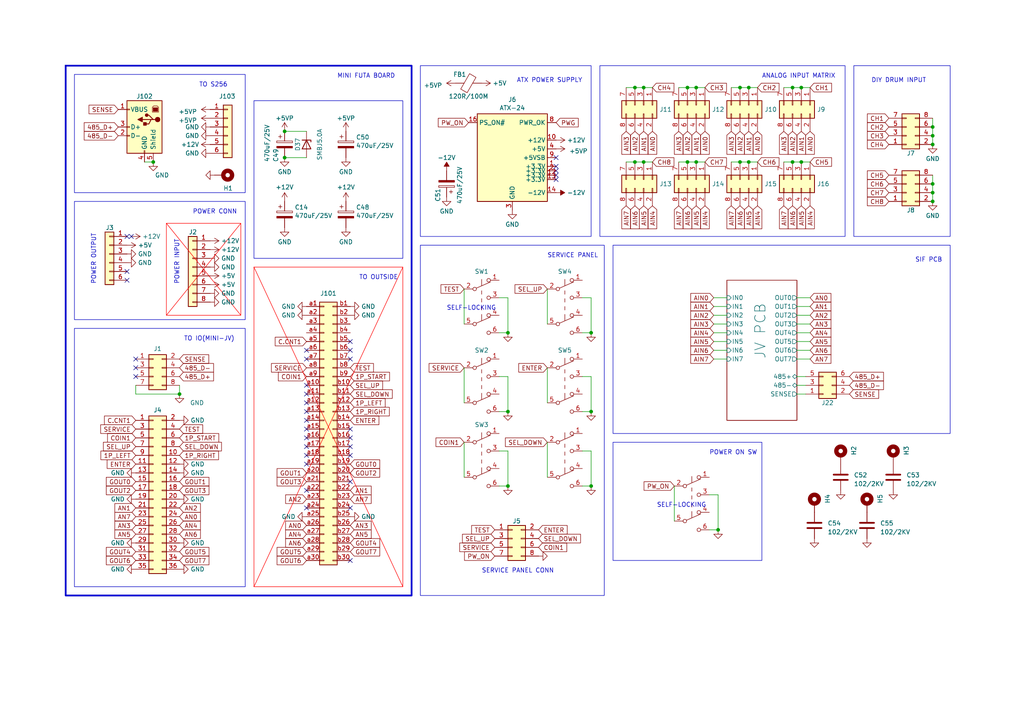
<source format=kicad_sch>
(kicad_sch (version 20230121) (generator eeschema)
  (paper "A4")
  (title_block (title "System 256 REFUTA") (date "2023-10-27") (rev "V10b") (company "Analog Dragon"))
  (junction (at 229.87 46.99))
  (junction (at 201.93 46.99))
  (junction (at 171.45 140.97))
  (junction (at 199.39 25.4))
  (junction (at 171.45 119.38))
  (junction (at 52.07 114.3))
  (junction (at 82.55 38.1))
  (junction (at 82.55 45.72))
  (junction (at 147.32 119.38))
  (junction (at 270.51 53.34))
  (junction (at 184.15 25.4))
  (junction (at 270.51 58.42))
  (junction (at 229.87 25.4))
  (junction (at 199.39 46.99))
  (junction (at 214.63 46.99))
  (junction (at 270.51 36.83))
  (junction (at 217.17 46.99))
  (junction (at 232.41 46.99))
  (junction (at 201.93 25.4))
  (junction (at 270.51 41.91))
  (junction (at 44.45 46.99))
  (junction (at 270.51 55.88))
  (junction (at 147.32 96.52))
  (junction (at 171.45 96.52))
  (junction (at 184.15 46.99))
  (junction (at 186.69 25.4))
  (junction (at 270.51 39.37))
  (junction (at 208.28 153.67))
  (junction (at 186.69 46.99))
  (junction (at 214.63 25.4))
  (junction (at 217.17 25.4))
  (junction (at 147.32 140.97))
  (junction (at 232.41 25.4))
  (no_connect (at 161.29 48.26))
  (no_connect (at 88.9 132.08))
  (no_connect (at 88.9 114.3))
  (no_connect (at 36.83 81.28))
  (no_connect (at 101.6 147.32))
  (no_connect (at 101.6 139.7))
  (no_connect (at 161.29 50.8))
  (no_connect (at 161.29 45.72))
  (no_connect (at 88.9 104.14))
  (no_connect (at 88.9 127))
  (no_connect (at 101.6 127))
  (no_connect (at 101.6 162.56))
  (no_connect (at 39.37 106.68))
  (no_connect (at 39.37 104.14))
  (no_connect (at 88.9 119.38))
  (no_connect (at 88.9 121.92))
  (no_connect (at 101.6 101.6))
  (no_connect (at 88.9 134.62))
  (no_connect (at 88.9 111.76))
  (no_connect (at 101.6 99.06))
  (no_connect (at 38.1 68.58))
  (no_connect (at 39.37 109.22))
  (no_connect (at 101.6 104.14))
  (no_connect (at 161.29 52.07))
  (no_connect (at 88.9 142.24))
  (no_connect (at 101.6 124.46))
  (no_connect (at 88.9 129.54))
  (no_connect (at 88.9 124.46))
  (no_connect (at 101.6 132.08))
  (no_connect (at 101.6 129.54))
  (no_connect (at 88.9 147.32))
  (no_connect (at 88.9 101.6))
  (no_connect (at 88.9 116.84))
  (no_connect (at 161.29 49.53))
  (no_connect (at 36.83 68.58))
  (no_connect (at 36.83 78.74))
  (wire (pts (xy 168.91 130.81) (xy 171.45 130.81)))
  (wire (pts (xy 231.14 86.36) (xy 234.95 86.36)))
  (wire (pts (xy 270.51 34.29) (xy 270.51 36.83)))
  (wire (pts (xy 270.51 55.88) (xy 270.51 58.42)))
  (wire (pts (xy 134.62 106.68) (xy 134.62 116.84)))
  (wire (pts (xy 201.93 46.99) (xy 204.47 46.99)))
  (wire (pts (xy 227.33 46.99) (xy 229.87 46.99)))
  (wire (pts (xy 181.61 46.99) (xy 184.15 46.99)))
  (wire (pts (xy 147.32 96.52) (xy 144.78 96.52)))
  (wire (pts (xy 207.01 86.36) (xy 210.82 86.36)))
  (wire (pts (xy 214.63 25.4) (xy 217.17 25.4)))
  (wire (pts (xy 231.14 114.3) (xy 233.68 114.3)))
  (wire (pts (xy 147.32 109.22) (xy 147.32 119.38)))
  (wire (pts (xy 231.14 91.44) (xy 234.95 91.44)))
  (wire (pts (xy 207.01 101.6) (xy 210.82 101.6)))
  (wire (pts (xy 270.51 36.83) (xy 270.51 39.37)))
  (wire (pts (xy 199.39 46.99) (xy 201.93 46.99)))
  (wire (pts (xy 147.32 140.97) (xy 144.78 140.97)))
  (wire (pts (xy 144.78 86.36) (xy 147.32 86.36)))
  (wire (pts (xy 270.51 53.34) (xy 270.51 55.88)))
  (wire (pts (xy 186.69 25.4) (xy 189.23 25.4)))
  (wire (pts (xy 270.51 39.37) (xy 270.51 41.91)))
  (wire (pts (xy 171.45 96.52) (xy 168.91 96.52)))
  (polyline (pts (xy 116.84 170.18) (xy 73.66 77.47)) (stroke (width 0) (color 255 0 0 1)))
  (wire (pts (xy 205.74 143.51) (xy 208.28 143.51)))
  (wire (pts (xy 171.45 140.97) (xy 168.91 140.97)))
  (wire (pts (xy 208.28 153.67) (xy 205.74 153.67)))
  (wire (pts (xy 52.07 111.76) (xy 52.07 114.3)))
  (wire (pts (xy 134.62 128.27) (xy 134.62 138.43)))
  (wire (pts (xy 207.01 104.14) (xy 210.82 104.14)))
  (wire (pts (xy 207.01 96.52) (xy 210.82 96.52)))
  (wire (pts (xy 144.78 130.81) (xy 147.32 130.81)))
  (wire (pts (xy 229.87 46.99) (xy 232.41 46.99)))
  (wire (pts (xy 207.01 99.06) (xy 210.82 99.06)))
  (wire (pts (xy 147.32 119.38) (xy 144.78 119.38)))
  (wire (pts (xy 207.01 93.98) (xy 210.82 93.98)))
  (wire (pts (xy 231.14 96.52) (xy 234.95 96.52)))
  (wire (pts (xy 201.93 25.4) (xy 204.47 25.4)))
  (polyline (pts (xy 48.26 91.44) (xy 69.85 64.77)) (stroke (width 0) (color 255 0 0 1)))
  (wire (pts (xy 231.14 88.9) (xy 234.95 88.9)))
  (wire (pts (xy 231.14 101.6) (xy 234.95 101.6)))
  (wire (pts (xy 144.78 109.22) (xy 147.32 109.22)))
  (wire (pts (xy 186.69 46.99) (xy 189.23 46.99)))
  (wire (pts (xy 82.55 45.72) (xy 88.9 45.72)))
  (wire (pts (xy 207.01 91.44) (xy 210.82 91.44)))
  (wire (pts (xy 217.17 25.4) (xy 219.71 25.4)))
  (wire (pts (xy 232.41 25.4) (xy 234.95 25.4)))
  (wire (pts (xy 134.62 83.82) (xy 134.62 93.98)))
  (wire (pts (xy 217.17 46.99) (xy 219.71 46.99)))
  (wire (pts (xy 199.39 25.4) (xy 201.93 25.4)))
  (wire (pts (xy 171.45 86.36) (xy 171.45 96.52)))
  (wire (pts (xy 229.87 25.4) (xy 232.41 25.4)))
  (wire (pts (xy 147.32 130.81) (xy 147.32 140.97)))
  (wire (pts (xy 41.91 46.99) (xy 44.45 46.99)))
  (wire (pts (xy 270.51 50.8) (xy 270.51 53.34)))
  (wire (pts (xy 52.07 114.3) (xy 39.37 114.3)))
  (wire (pts (xy 168.91 109.22) (xy 171.45 109.22)))
  (wire (pts (xy 196.85 46.99) (xy 199.39 46.99)))
  (wire (pts (xy 212.09 25.4) (xy 214.63 25.4)))
  (wire (pts (xy 231.14 99.06) (xy 234.95 99.06)))
  (wire (pts (xy 212.09 46.99) (xy 214.63 46.99)))
  (wire (pts (xy 232.41 46.99) (xy 234.95 46.99)))
  (wire (pts (xy 227.33 25.4) (xy 229.87 25.4)))
  (wire (pts (xy 171.45 109.22) (xy 171.45 119.38)))
  (wire (pts (xy 181.61 25.4) (xy 184.15 25.4)))
  (wire (pts (xy 195.58 140.97) (xy 195.58 151.13)))
  (wire (pts (xy 184.15 46.99) (xy 186.69 46.99)))
  (wire (pts (xy 147.32 86.36) (xy 147.32 96.52)))
  (wire (pts (xy 207.01 88.9) (xy 210.82 88.9)))
  (wire (pts (xy 184.15 25.4) (xy 186.69 25.4)))
  (wire (pts (xy 171.45 130.81) (xy 171.45 140.97)))
  (wire (pts (xy 171.45 119.38) (xy 168.91 119.38)))
  (wire (pts (xy 88.9 38.1) (xy 82.55 38.1)))
  (wire (pts (xy 158.75 128.27) (xy 158.75 138.43)))
  (wire (pts (xy 39.37 114.3) (xy 39.37 111.76)))
  (polyline (pts (xy 69.85 91.44) (xy 48.26 64.77)) (stroke (width 0) (color 255 0 0 1)))
  (wire (pts (xy 208.28 143.51) (xy 208.28 153.67)))
  (wire (pts (xy 214.63 46.99) (xy 217.17 46.99)))
  (polyline (pts (xy 73.66 170.18) (xy 116.84 77.47)) (stroke (width 0) (color 255 0 0 1)))
  (wire (pts (xy 231.14 111.76) (xy 233.68 111.76)))
  (wire (pts (xy 168.91 86.36) (xy 171.45 86.36)))
  (wire (pts (xy 196.85 25.4) (xy 199.39 25.4)))
  (wire (pts (xy 231.14 109.22) (xy 233.68 109.22)))
  (wire (pts (xy 231.14 104.14) (xy 234.95 104.14)))
  (wire (pts (xy 158.75 83.82) (xy 158.75 93.98)))
  (wire (pts (xy 158.75 106.68) (xy 158.75 116.84)))
  (wire (pts (xy 231.14 93.98) (xy 234.95 93.98)))
  (rectangle (start 173.99 19.05) (end 245.11 68.58))
  (rectangle (start 21.59 58.42) (end 71.12 92.71))
  (rectangle (start 73.66 29.21) (end 116.84 74.93))
  (rectangle (start 48.26 64.77) (end 69.85 91.44) (stroke (width 0) (color 255 0 0 1)))
  (rectangle (start 121.92 71.12) (end 175.26 172.72))
  (rectangle (start 247.65 19.05) (end 275.59 68.58))
  (rectangle (start 177.8 128.27) (end 220.98 162.56))
  (rectangle (start 19.05 19.05) (end 119.38 172.72) (stroke (width 0.5)))
  (rectangle (start 121.92 19.05) (end 171.45 68.58))
  (rectangle (start 21.59 21.59) (end 71.12 55.88))
  (rectangle (start 21.59 95.25) (end 71.12 170.18))
  (rectangle (start 73.66 77.47) (end 116.84 170.18) (stroke (width 0) (color 255 0 0 1)))
  (rectangle (start 177.8 71.12) (end 275.59 125.73))
  (text "SERVICE PANEL CONN" (at 139.7 166.37 0) (effects (font (size 1.27 1.27)) (justify left bottom)))
  (text "DIY DRUM INPUT" (at 252.73 24.13 0) (effects (font (size 1.27 1.27)) (justify left bottom)))
  (text "SERVICE PANEL" (at 158.75 74.93 0) (effects (font (size 1.27 1.27)) (justify left bottom)))
  (text "ANALOG INPUT MATRIX" (at 220.98 22.86 0) (effects (font (size 1.27 1.27)) (justify left bottom)))
  (text "SELF-LOCKING" (at 129.54 90.17 0) (effects (font (size 1.27 1.27)) (justify left bottom)))
  (text "TO S256" (at 66.04 25.4 0) (effects (font (size 1.27 1.27)) (justify right bottom)))
  (text "SIF PCB" (at 265.43 76.2 0) (effects (font (size 1.27 1.27)) (justify left bottom)))
  (text "MINI FUTA BOARD" (at 97.79 22.86 0) (effects (font (size 1.27 1.27)) (justify left bottom)))
  (text "POWER OUTPUT" (at 27.94 82.55 90) (effects (font (size 1.27 1.27)) (justify left bottom)))
  (text "SELF-LOCKING" (at 190.5 147.32 0) (effects (font (size 1.27 1.27)) (justify left bottom)))
  (text "TO OUTSIDE" (at 104.14 81.28 0) (effects (font (size 1.27 1.27)) (justify left bottom)))
  (text "TO IO(MINI-JV)" (at 53.34 99.06 0) (effects (font (size 1.27 1.27)) (justify left bottom)))
  (text "POWER CONN" (at 55.88 62.23 0) (effects (font (size 1.27 1.27)) (justify left bottom)))
  (text "ATX POWER SUPPLY" (at 149.86 24.13 0) (effects (font (size 1.27 1.27)) (justify left bottom)))
  (text "POWER INPUT" (at 52.07 82.55 90) (effects (font (size 1.27 1.27)) (justify left bottom)))
  (text "POWER ON SW" (at 205.74 132.08 0) (effects (font (size 1.27 1.27)) (justify left bottom)))
  (global_label "AIN5" (shape input) (at 207.01 99.06 180) (property "Intersheetrefs" "${INTERSHEET_REFS}" (effects hide)))
  (global_label "TEST" (shape input) (at 143.51 153.67 180) (property "Intersheetrefs" "${INTERSHEET_REFS}" (effects hide)))
  (global_label "GOUT7" (shape input) (at 52.07 162.56 0) (property "Intersheetrefs" "${INTERSHEET_REFS}" (effects hide)))
  (global_label "AIN6" (shape input) (at 229.87 59.69 270) (property "Intersheetrefs" "${INTERSHEET_REFS}" (effects hide)))
  (global_label "SEL_UP" (shape input) (at 101.6 111.76 0) (property "Intersheetrefs" "${INTERSHEET_REFS}" (effects hide)))
  (global_label "AN6" (shape input) (at 234.95 101.6 0) (property "Intersheetrefs" "${INTERSHEET_REFS}" (effects hide)))
  (global_label "AIN1" (shape input) (at 207.01 88.9 180) (property "Intersheetrefs" "${INTERSHEET_REFS}" (effects hide)))
  (global_label "CH3" (shape input) (at 204.47 25.4 0) (property "Intersheetrefs" "${INTERSHEET_REFS}" (effects hide)))
  (global_label "AN3" (shape input) (at 101.6 152.4 0) (property "Intersheetrefs" "${INTERSHEET_REFS}" (effects hide)))
  (global_label "SERVICE" (shape input) (at 134.62 106.68 180) (property "Intersheetrefs" "${INTERSHEET_REFS}" (effects hide)))
  (global_label "AN5" (shape input) (at 101.6 154.94 0) (property "Intersheetrefs" "${INTERSHEET_REFS}" (effects hide)))
  (global_label "AIN0" (shape input) (at 234.95 38.1 270) (property "Intersheetrefs" "${INTERSHEET_REFS}" (effects hide)))
  (global_label "GOUT1" (shape input) (at 88.9 137.16 180) (property "Intersheetrefs" "${INTERSHEET_REFS}" (effects hide)))
  (global_label "AIN0" (shape input) (at 204.47 38.1 270) (property "Intersheetrefs" "${INTERSHEET_REFS}" (effects hide)))
  (global_label "AIN6" (shape input) (at 184.15 59.69 270) (property "Intersheetrefs" "${INTERSHEET_REFS}" (effects hide)))
  (global_label "COIN1" (shape input) (at 134.62 128.27 180) (property "Intersheetrefs" "${INTERSHEET_REFS}" (effects hide)))
  (global_label "COIN1" (shape input) (at 156.21 158.75 0) (property "Intersheetrefs" "${INTERSHEET_REFS}" (effects hide)))
  (global_label "SENSE" (shape input) (at 34.29 31.75 180) (property "Intersheetrefs" "${INTERSHEET_REFS}" (effects hide)))
  (global_label "SERVICE" (shape input) (at 88.9 106.68 180) (property "Intersheetrefs" "${INTERSHEET_REFS}" (effects hide)))
  (global_label "1P_START" (shape input) (at 101.6 109.22 0) (property "Intersheetrefs" "${INTERSHEET_REFS}" (effects hide)))
  (global_label "AIN2" (shape input) (at 207.01 91.44 180) (property "Intersheetrefs" "${INTERSHEET_REFS}" (effects hide)))
  (global_label "ENTER" (shape input) (at 156.21 153.67 0) (property "Intersheetrefs" "${INTERSHEET_REFS}" (effects hide)))
  (global_label "AIN6" (shape input) (at 214.63 59.69 270) (property "Intersheetrefs" "${INTERSHEET_REFS}" (effects hide)))
  (global_label "ENTER" (shape input) (at 39.37 134.62 180) (property "Intersheetrefs" "${INTERSHEET_REFS}" (effects hide)))
  (global_label "485_D+" (shape input) (at 34.29 36.83 180) (property "Intersheetrefs" "${INTERSHEET_REFS}" (effects hide)))
  (global_label "AN7" (shape input) (at 234.95 104.14 0) (property "Intersheetrefs" "${INTERSHEET_REFS}" (effects hide)))
  (global_label "CH6" (shape input) (at 257.81 53.34 180) (property "Intersheetrefs" "${INTERSHEET_REFS}" (effects hide)))
  (global_label "GOUT2" (shape input) (at 101.6 137.16 0) (property "Intersheetrefs" "${INTERSHEET_REFS}" (effects hide)))
  (global_label "SERVICE" (shape input) (at 39.37 124.46 180) (property "Intersheetrefs" "${INTERSHEET_REFS}" (effects hide)))
  (global_label "AIN4" (shape input) (at 207.01 96.52 180) (property "Intersheetrefs" "${INTERSHEET_REFS}" (effects hide)))
  (global_label "AIN7" (shape input) (at 181.61 59.69 270) (property "Intersheetrefs" "${INTERSHEET_REFS}" (effects hide)))
  (global_label "SEL_UP" (shape input) (at 39.37 129.54 180) (property "Intersheetrefs" "${INTERSHEET_REFS}" (effects hide)))
  (global_label "CH3" (shape input) (at 257.81 39.37 180) (property "Intersheetrefs" "${INTERSHEET_REFS}" (effects hide)))
  (global_label "485_D+" (shape input) (at 52.07 109.22 0) (property "Intersheetrefs" "${INTERSHEET_REFS}" (effects hide)))
  (global_label "AIN7" (shape input) (at 207.01 104.14 180) (property "Intersheetrefs" "${INTERSHEET_REFS}" (effects hide)))
  (global_label "C.CNT1" (shape input) (at 39.37 121.92 180) (property "Intersheetrefs" "${INTERSHEET_REFS}" (effects hide)))
  (global_label "GOUT7" (shape input) (at 101.6 160.02 0) (property "Intersheetrefs" "${INTERSHEET_REFS}" (effects hide)))
  (global_label "AN6" (shape input) (at 88.9 157.48 180) (property "Intersheetrefs" "${INTERSHEET_REFS}" (effects hide)))
  (global_label "PW_ON" (shape input) (at 143.51 161.29 180) (property "Intersheetrefs" "${INTERSHEET_REFS}" (effects hide)))
  (global_label "AIN5" (shape input) (at 232.41 59.69 270) (property "Intersheetrefs" "${INTERSHEET_REFS}" (effects hide)))
  (global_label "AIN4" (shape input) (at 204.47 59.69 270) (property "Intersheetrefs" "${INTERSHEET_REFS}" (effects hide)))
  (global_label "GOUT5" (shape input) (at 52.07 160.02 0) (property "Intersheetrefs" "${INTERSHEET_REFS}" (effects hide)))
  (global_label "AIN7" (shape input) (at 196.85 59.69 270) (property "Intersheetrefs" "${INTERSHEET_REFS}" (effects hide)))
  (global_label "SEL_DOWN" (shape input) (at 156.21 156.21 0) (property "Intersheetrefs" "${INTERSHEET_REFS}" (effects hide)))
  (global_label "SEL_DOWN" (shape input) (at 101.6 114.3 0) (property "Intersheetrefs" "${INTERSHEET_REFS}" (effects hide)))
  (global_label "AIN1" (shape input) (at 201.93 38.1 270) (property "Intersheetrefs" "${INTERSHEET_REFS}" (effects hide)))
  (global_label "GOUT6" (shape input) (at 88.9 162.56 180) (property "Intersheetrefs" "${INTERSHEET_REFS}" (effects hide)))
  (global_label "CH7" (shape input) (at 257.81 55.88 180) (property "Intersheetrefs" "${INTERSHEET_REFS}" (effects hide)))
  (global_label "AIN6" (shape input) (at 199.39 59.69 270) (property "Intersheetrefs" "${INTERSHEET_REFS}" (effects hide)))
  (global_label "AIN7" (shape input) (at 212.09 59.69 270) (property "Intersheetrefs" "${INTERSHEET_REFS}" (effects hide)))
  (global_label "AN0" (shape input) (at 52.07 149.86 0) (property "Intersheetrefs" "${INTERSHEET_REFS}" (effects hide)))
  (global_label "AN1" (shape input) (at 39.37 147.32 180) (property "Intersheetrefs" "${INTERSHEET_REFS}" (effects hide)))
  (global_label "AIN2" (shape input) (at 214.63 38.1 270) (property "Intersheetrefs" "${INTERSHEET_REFS}" (effects hide)))
  (global_label "AIN3" (shape input) (at 181.61 38.1 270) (property "Intersheetrefs" "${INTERSHEET_REFS}" (effects hide)))
  (global_label "GOUT3" (shape input) (at 52.07 142.24 0) (property "Intersheetrefs" "${INTERSHEET_REFS}" (effects hide)))
  (global_label "CH6" (shape input) (at 219.71 46.99 0) (property "Intersheetrefs" "${INTERSHEET_REFS}" (effects hide)))
  (global_label "GOUT4" (shape input) (at 101.6 157.48 0) (property "Intersheetrefs" "${INTERSHEET_REFS}" (effects hide)))
  (global_label "AIN5" (shape input) (at 186.69 59.69 270) (property "Intersheetrefs" "${INTERSHEET_REFS}" (effects hide)))
  (global_label "TEST" (shape input) (at 52.07 124.46 0) (property "Intersheetrefs" "${INTERSHEET_REFS}" (effects hide)))
  (global_label "AN0" (shape input) (at 234.95 86.36 0) (property "Intersheetrefs" "${INTERSHEET_REFS}" (effects hide)))
  (global_label "CH1" (shape input) (at 257.81 34.29 180) (property "Intersheetrefs" "${INTERSHEET_REFS}" (effects hide)))
  (global_label "GOUT2" (shape input) (at 39.37 142.24 180) (property "Intersheetrefs" "${INTERSHEET_REFS}" (effects hide)))
  (global_label "GOUT5" (shape input) (at 88.9 160.02 180) (property "Intersheetrefs" "${INTERSHEET_REFS}" (effects hide)))
  (global_label "CH8" (shape input) (at 257.81 58.42 180) (property "Intersheetrefs" "${INTERSHEET_REFS}" (effects hide)))
  (global_label "485_D-" (shape input) (at 246.38 111.76 0) (property "Intersheetrefs" "${INTERSHEET_REFS}" (effects hide)))
  (global_label "C.CNT1" (shape input) (at 88.9 99.06 180) (property "Intersheetrefs" "${INTERSHEET_REFS}" (effects hide)))
  (global_label "CH7" (shape input) (at 204.47 46.99 0) (property "Intersheetrefs" "${INTERSHEET_REFS}" (effects hide)))
  (global_label "1P_LEFT" (shape input) (at 101.6 116.84 0) (property "Intersheetrefs" "${INTERSHEET_REFS}" (effects hide)))
  (global_label "AIN7" (shape input) (at 227.33 59.69 270) (property "Intersheetrefs" "${INTERSHEET_REFS}" (effects hide)))
  (global_label "AN1" (shape input) (at 101.6 142.24 0) (property "Intersheetrefs" "${INTERSHEET_REFS}" (effects hide)))
  (global_label "CH4" (shape input) (at 257.81 41.91 180) (property "Intersheetrefs" "${INTERSHEET_REFS}" (effects hide)))
  (global_label "AIN5" (shape input) (at 201.93 59.69 270) (property "Intersheetrefs" "${INTERSHEET_REFS}" (effects hide)))
  (global_label "SENSE" (shape input) (at 52.07 104.14 0) (property "Intersheetrefs" "${INTERSHEET_REFS}" (effects hide)))
  (global_label "COIN1" (shape input) (at 39.37 127 180) (property "Intersheetrefs" "${INTERSHEET_REFS}" (effects hide)))
  (global_label "AIN3" (shape input) (at 207.01 93.98 180) (property "Intersheetrefs" "${INTERSHEET_REFS}" (effects hide)))
  (global_label "ENTER" (shape input) (at 101.6 121.92 0) (property "Intersheetrefs" "${INTERSHEET_REFS}" (effects hide)))
  (global_label "AN1" (shape input) (at 234.95 88.9 0) (property "Intersheetrefs" "${INTERSHEET_REFS}" (effects hide)))
  (global_label "CH2" (shape input) (at 219.71 25.4 0) (property "Intersheetrefs" "${INTERSHEET_REFS}" (effects hide)))
  (global_label "GOUT4" (shape input) (at 39.37 160.02 180) (property "Intersheetrefs" "${INTERSHEET_REFS}" (effects hide)))
  (global_label "AIN5" (shape input) (at 217.17 59.69 270) (property "Intersheetrefs" "${INTERSHEET_REFS}" (effects hide)))
  (global_label "AN4" (shape input) (at 52.07 152.4 0) (property "Intersheetrefs" "${INTERSHEET_REFS}" (effects hide)))
  (global_label "AIN0" (shape input) (at 219.71 38.1 270) (property "Intersheetrefs" "${INTERSHEET_REFS}" (effects hide)))
  (global_label "AN2" (shape input) (at 52.07 147.32 0) (property "Intersheetrefs" "${INTERSHEET_REFS}" (effects hide)))
  (global_label "AN2" (shape input) (at 88.9 144.78 180) (property "Intersheetrefs" "${INTERSHEET_REFS}" (effects hide)))
  (global_label "485_D-" (shape input) (at 52.07 106.68 0) (property "Intersheetrefs" "${INTERSHEET_REFS}" (effects hide)))
  (global_label "AN5" (shape input) (at 39.37 154.94 180) (property "Intersheetrefs" "${INTERSHEET_REFS}" (effects hide)))
  (global_label "CH2" (shape input) (at 257.81 36.83 180) (property "Intersheetrefs" "${INTERSHEET_REFS}" (effects hide)))
  (global_label "AN3" (shape input) (at 234.95 93.98 0) (property "Intersheetrefs" "${INTERSHEET_REFS}" (effects hide)))
  (global_label "SEL_UP" (shape input) (at 158.75 83.82 180) (property "Intersheetrefs" "${INTERSHEET_REFS}" (effects hide)))
  (global_label "AIN1" (shape input) (at 186.69 38.1 270) (property "Intersheetrefs" "${INTERSHEET_REFS}" (effects hide)))
  (global_label "GOUT0" (shape input) (at 39.37 139.7 180) (property "Intersheetrefs" "${INTERSHEET_REFS}" (effects hide)))
  (global_label "AIN2" (shape input) (at 184.15 38.1 270) (property "Intersheetrefs" "${INTERSHEET_REFS}" (effects hide)))
  (global_label "GOUT3" (shape input) (at 88.9 139.7 180) (property "Intersheetrefs" "${INTERSHEET_REFS}" (effects hide)))
  (global_label "CH8" (shape input) (at 189.23 46.99 0) (property "Intersheetrefs" "${INTERSHEET_REFS}" (effects hide)))
  (global_label "485_D+" (shape input) (at 246.38 109.22 0) (property "Intersheetrefs" "${INTERSHEET_REFS}" (effects hide)))
  (global_label "SENSE" (shape input) (at 246.38 114.3 0) (property "Intersheetrefs" "${INTERSHEET_REFS}" (effects hide)))
  (global_label "AIN0" (shape input) (at 207.01 86.36 180) (property "Intersheetrefs" "${INTERSHEET_REFS}" (effects hide)))
  (global_label "AIN2" (shape input) (at 199.39 38.1 270) (property "Intersheetrefs" "${INTERSHEET_REFS}" (effects hide)))
  (global_label "AN4" (shape input) (at 88.9 154.94 180) (property "Intersheetrefs" "${INTERSHEET_REFS}" (effects hide)))
  (global_label "CH5" (shape input) (at 257.81 50.8 180) (property "Intersheetrefs" "${INTERSHEET_REFS}" (effects hide)))
  (global_label "485_D-" (shape input) (at 34.29 39.37 180) (property "Intersheetrefs" "${INTERSHEET_REFS}" (effects hide)))
  (global_label "AN7" (shape input) (at 39.37 149.86 180) (property "Intersheetrefs" "${INTERSHEET_REFS}" (effects hide)))
  (global_label "COIN1" (shape input) (at 88.9 109.22 180) (property "Intersheetrefs" "${INTERSHEET_REFS}" (effects hide)))
  (global_label "1P_RIGHT" (shape input) (at 101.6 119.38 0) (property "Intersheetrefs" "${INTERSHEET_REFS}" (effects hide)))
  (global_label "GOUT6" (shape input) (at 39.37 162.56 180) (property "Intersheetrefs" "${INTERSHEET_REFS}" (effects hide)))
  (global_label "AIN1" (shape input) (at 217.17 38.1 270) (property "Intersheetrefs" "${INTERSHEET_REFS}" (effects hide)))
  (global_label "SERVICE" (shape input) (at 143.51 158.75 180) (property "Intersheetrefs" "${INTERSHEET_REFS}" (effects hide)))
  (global_label "ENTER" (shape input) (at 158.75 106.68 180) (property "Intersheetrefs" "${INTERSHEET_REFS}" (effects hide)))
  (global_label "1P_START" (shape input) (at 52.07 127 0) (property "Intersheetrefs" "${INTERSHEET_REFS}" (effects hide)))
  (global_label "AN3" (shape input) (at 39.37 152.4 180) (property "Intersheetrefs" "${INTERSHEET_REFS}" (effects hide)))
  (global_label "AIN3" (shape input) (at 196.85 38.1 270) (property "Intersheetrefs" "${INTERSHEET_REFS}" (effects hide)))
  (global_label "PW_ON" (shape input) (at 195.58 140.97 180) (property "Intersheetrefs" "${INTERSHEET_REFS}" (effects hide)))
  (global_label "AIN2" (shape input) (at 229.87 38.1 270) (property "Intersheetrefs" "${INTERSHEET_REFS}" (effects hide)))
  (global_label "GOUT0" (shape input) (at 101.6 134.62 0) (property "Intersheetrefs" "${INTERSHEET_REFS}" (effects hide)))
  (global_label "SEL_DOWN" (shape input) (at 52.07 129.54 0) (property "Intersheetrefs" "${INTERSHEET_REFS}" (effects hide)))
  (global_label "AIN3" (shape input) (at 212.09 38.1 270) (property "Intersheetrefs" "${INTERSHEET_REFS}" (effects hide)))
  (global_label "CH5" (shape input) (at 234.95 46.99 0) (property "Intersheetrefs" "${INTERSHEET_REFS}" (effects hide)))
  (global_label "1P_RIGHT" (shape input) (at 52.07 132.08 0) (property "Intersheetrefs" "${INTERSHEET_REFS}" (effects hide)))
  (global_label "AIN0" (shape input) (at 189.23 38.1 270) (property "Intersheetrefs" "${INTERSHEET_REFS}" (effects hide)))
  (global_label "AN4" (shape input) (at 234.95 96.52 0) (property "Intersheetrefs" "${INTERSHEET_REFS}" (effects hide)))
  (global_label "1P_LEFT" (shape input) (at 39.37 132.08 180) (property "Intersheetrefs" "${INTERSHEET_REFS}" (effects hide)))
  (global_label "PW_ON" (shape input) (at 135.89 35.56 180) (property "Intersheetrefs" "${INTERSHEET_REFS}" (effects hide)))
  (global_label "SEL_DOWN" (shape input) (at 158.75 128.27 180) (property "Intersheetrefs" "${INTERSHEET_REFS}" (effects hide)))
  (global_label "AN0" (shape input) (at 88.9 152.4 180) (property "Intersheetrefs" "${INTERSHEET_REFS}" (effects hide)))
  (global_label "PWG" (shape input) (at 161.29 35.56 0) (property "Intersheetrefs" "${INTERSHEET_REFS}" (effects hide)))
  (global_label "GOUT1" (shape input) (at 52.07 139.7 0) (property "Intersheetrefs" "${INTERSHEET_REFS}" (effects hide)))
  (global_label "AIN4" (shape input) (at 219.71 59.69 270) (property "Intersheetrefs" "${INTERSHEET_REFS}" (effects hide)))
  (global_label "AN7" (shape input) (at 101.6 144.78 0) (property "Intersheetrefs" "${INTERSHEET_REFS}" (effects hide)))
  (global_label "AIN3" (shape input) (at 227.33 38.1 270) (property "Intersheetrefs" "${INTERSHEET_REFS}" (effects hide)))
  (global_label "AN5" (shape input) (at 234.95 99.06 0) (property "Intersheetrefs" "${INTERSHEET_REFS}" (effects hide)))
  (global_label "AN6" (shape input) (at 52.07 154.94 0) (property "Intersheetrefs" "${INTERSHEET_REFS}" (effects hide)))
  (global_label "AIN6" (shape input) (at 207.01 101.6 180) (property "Intersheetrefs" "${INTERSHEET_REFS}" (effects hide)))
  (global_label "TEST" (shape input) (at 134.62 83.82 180) (property "Intersheetrefs" "${INTERSHEET_REFS}" (effects hide)))
  (global_label "SEL_UP" (shape input) (at 143.51 156.21 180) (property "Intersheetrefs" "${INTERSHEET_REFS}" (effects hide)))
  (global_label "AIN4" (shape input) (at 189.23 59.69 270) (property "Intersheetrefs" "${INTERSHEET_REFS}" (effects hide)))
  (global_label "AIN1" (shape input) (at 232.41 38.1 270) (property "Intersheetrefs" "${INTERSHEET_REFS}" (effects hide)))
  (global_label "CH1" (shape input) (at 234.95 25.4 0) (property "Intersheetrefs" "${INTERSHEET_REFS}" (effects hide)))
  (global_label "AIN4" (shape input) (at 234.95 59.69 270) (property "Intersheetrefs" "${INTERSHEET_REFS}" (effects hide)))
  (global_label "AN2" (shape input) (at 234.95 91.44 0) (property "Intersheetrefs" "${INTERSHEET_REFS}" (effects hide)))
  (global_label "TEST" (shape input) (at 101.6 106.68 0) (property "Intersheetrefs" "${INTERSHEET_REFS}" (effects hide)))
  (global_label "CH4" (shape input) (at 189.23 25.4 0) (property "Intersheetrefs" "${INTERSHEET_REFS}" (effects hide)))
  (symbol (lib_id "power:GND") (at 236.22 156.21 0) (unit 1)
    (property "Reference" "#PWR0177" (effects hide))
    (property "Value" "GND" (effects hide))
  )
  (symbol (lib_id "Switch:SW_Push_DPDT") (at 163.83 133.35 0) (unit 1)
    (property "Reference" "SW6" (effects hide))
    (property "Value" "SW_Push_DPDT" (effects hide))
    (property "Footprint" "NewLib:switch_6x6" (effects hide))
  )
  (symbol (lib_id "Connector_Generic:Conn_02x18_Odd_Even") (at 44.45 142.24 0) (unit 1)
    (property "Reference" "J4" (at 45.72 118.9299 0))
    (property "Value" "Conn_02x18_Odd_Even" (effects hide))
    (property "Footprint" "NewLib:B36B-XADSS-N-A" (effects hide))
  )
  (symbol (lib_id "Device:C_Polarized") (at 129.54 53.34 180) (unit 1)
    (property "Reference" "C51" (at 127 54.61 90) (effects (justify left)))
    (property "Value" "470uF/25V" (at 133.35 48.26 90) (effects (justify left)))
    (property "Footprint" "Capacitor_THT:CP_Radial_D8.0mm_P3.50mm" (effects hide))
  )
  (symbol (lib_id "power:+5V") (at 60.96 82.55 270) (mirror x) (unit 1)
    (property "Reference" "#PWR018" (effects hide))
    (property "Value" "+5V" (at 64.1349 82.55 90) (effects (justify left)))
  )
  (symbol (lib_id "power:GND") (at 52.07 157.48 90) (mirror x) (unit 1)
    (property "Reference" "#PWR032" (effects hide))
    (property "Value" "GND" (at 55.245 157.48 90) (effects (justify right)))
  )
  (symbol (lib_id "power:+12V") (at 60.96 72.39 270) (mirror x) (unit 1)
    (property "Reference" "#PWR012" (effects hide))
    (property "Value" "+12V" (at 64.135 72.39 90) (effects (justify left)))
  )
  (symbol (lib_id "power:+12V") (at 100.33 58.42 0) (mirror y) (unit 1)
    (property "Reference" "#PWR0160" (effects hide))
    (property "Value" "+12V" (at 100.33 54.2869 0))
  )
  (symbol (lib_id "Device:C_Polarized") (at 100.33 41.91 0) (unit 1)
    (property "Reference" "C50" (at 103.251 39.8089 0) (effects (justify left)))
    (property "Value" "470uF/25V" (at 103.251 42.2331 0) (effects (justify left)))
    (property "Footprint" "Capacitor_THT:CP_Radial_D8.0mm_P3.50mm" (effects hide))
  )
  (symbol (lib_id "power:GND") (at 270.51 58.42 0) (unit 1)
    (property "Reference" "#PWR05" (effects hide))
    (property "Value" "GND" (at 270.51 62.5531 0))
  )
  (symbol (lib_id "power:+12V") (at 82.55 58.42 0) (mirror y) (unit 1)
    (property "Reference" "#PWR0153" (effects hide))
    (property "Value" "+12V" (at 82.55 54.2869 0))
  )
  (symbol (lib_id "Connector_Generic:Conn_02x04_Odd_Even") (at 262.89 39.37 0) (mirror x) (unit 1)
    (property "Reference" "J7" (at 264.16 44.45 0))
    (property "Value" "Conn_02x04_Counter_Clockwise" (effects hide))
    (property "Footprint" "Connector_IDC:IDC-Header_2x04_P2.54mm_Vertical" (effects hide))
  )
  (symbol (lib_id "power:GND") (at 171.45 96.52 0) (unit 1)
    (property "Reference" "#PWR044" (effects hide))
    (property "Value" "GND" (effects hide))
  )
  (symbol (lib_id "power:GND") (at 88.9 88.9 270) (mirror x) (unit 1)
    (property "Reference" "#PWR035" (effects hide))
    (property "Value" "GND" (at 85.7251 88.9 90) (effects (justify right)))
  )
  (symbol (lib_id "Connector_Generic:Conn_02x30_Row_Letter_First") (at 93.98 124.46 0) (unit 1) (in_bom no) (on_board no)
    (property "Reference" "J101" (at 95.25 85.09 0))
    (property "Value" "Conn_02x30_Row_Letter_First" (effects hide))
    (property "Footprint" "Connector_IDC:IDC-Header_2x30_P2.54mm_Latch6.5mm_Vertical" (effects hide))
  )
  (symbol (lib_id "Mechanical:MountingHole_Pad") (at 243.84 132.08 0) (unit 1)
    (property "Reference" "H2" (at 247.65 132.08 90) (effects (justify left)))
    (property "Value" "MINI-JV" (effects hide))
    (property "Footprint" "MountingHole:MountingHole_3.2mm_M3_DIN965_Pad" (effects hide))
  )
  (symbol (lib_id "Mechanical:MountingHole_Pad") (at 259.08 132.08 0) (unit 1)
    (property "Reference" "H3" (at 262.89 132.08 90) (effects (justify left)))
    (property "Value" "MINI-JV" (effects hide))
    (property "Footprint" "MountingHole:MountingHole_3.2mm_M3_DIN965_Pad" (effects hide))
  )
  (symbol (lib_id "Connector_Generic:Conn_02x04_Odd_Even") (at 201.93 30.48 270) (unit 1)
    (property "Reference" "J12" (at 206.502 31.75 90) (effects (justify left)))
    (property "Value" "Conn_02x04_Counter_Clockwise" (effects hide))
    (property "Footprint" "Connector_PinHeader_2.54mm:PinHeader_2x04_P2.54mm_Vertical" (effects hide))
  )
  (symbol (lib_id "power:GND") (at 156.21 161.29 90) (unit 1)
    (property "Reference" "#PWR048" (effects hide))
    (property "Value" "GND" (effects hide))
  )
  (symbol (lib_id "Switch:SW_Push_DPDT") (at 139.7 88.9 0) (unit 1)
    (property "Reference" "SW1" (at 139.7 78.74 0))
    (property "Value" "SW_Push_DPDT" (effects hide))
    (property "Footprint" "NewLib:switch_6x6" (effects hide))
  )
  (symbol (lib_id "power:-12V") (at 161.29 55.88 270) (unit 1)
    (property "Reference" "#PWR0195" (effects hide))
    (property "Value" "-12V" (at 164.465 55.88 90) (effects (justify left)))
  )
  (symbol (lib_id "power:GND") (at 100.33 45.72 0) (mirror y) (unit 1)
    (property "Reference" "#PWR0166" (effects hide))
    (property "Value" "GND" (at 100.33 49.8531 0))
  )
  (symbol (lib_id "Connector_Generic:Conn_02x04_Odd_Even") (at 44.45 106.68 0) (unit 1)
    (property "Reference" "J1" (at 45.72 101.1499 0))
    (property "Value" "Conn_02x04_Odd_Even" (effects hide))
    (property "Footprint" "NewLib:B08B-XADSS-N-A" (effects hide))
  )
  (symbol (lib_id "Connector:ATX-24") (at 148.59 45.72 0) (unit 1)
    (property "Reference" "J6" (at 148.59 28.8757 0))
    (property "Value" "ATX-24" (at 148.59 31.2999 0))
    (property "Footprint" "NewLib:5557-2x12" (effects hide))
    (property "Datasheet" "https://www.intel.com/content/dam/www/public/us/en/documents/guides/power-supply-design-guide-june.pdf#page=33" (effects hide))
  )
  (symbol (lib_id "power:GND") (at 88.9 91.44 270) (mirror x) (unit 1)
    (property "Reference" "#PWR036" (effects hide))
    (property "Value" "GND" (at 85.7251 91.44 90) (effects (justify right)))
  )
  (symbol (lib_id "power:+5VP") (at 60.96 34.29 90) (unit 1)
    (property "Reference" "#PWR0102" (effects hide))
    (property "Value" "+5VP" (at 57.15 34.925 90) (effects (justify left)))
  )
  (symbol (lib_id "Connector_Generic:Conn_02x04_Odd_Even") (at 232.41 52.07 270) (unit 1)
    (property "Reference" "J16" (at 236.982 53.34 90) (effects (justify left)))
    (property "Value" "Conn_02x04_Counter_Clockwise" (effects hide))
    (property "Footprint" "Connector_PinHeader_2.54mm:PinHeader_2x04_P2.54mm_Vertical" (effects hide))
  )
  (symbol (lib_id "power:GND") (at 243.84 142.24 0) (unit 1)
    (property "Reference" "#PWR0175" (effects hide))
    (property "Value" "GND" (effects hide))
  )
  (symbol (lib_id "Connector_Generic:Conn_02x04_Odd_Even") (at 232.41 30.48 270) (unit 1)
    (property "Reference" "J9" (at 236.982 31.75 90) (effects (justify left)))
    (property "Value" "Conn_02x04_Counter_Clockwise" (effects hide))
    (property "Footprint" "Connector_PinHeader_2.54mm:PinHeader_2x04_P2.54mm_Vertical" (effects hide))
  )
  (symbol (lib_id "Connector:USB_B") (at 41.91 36.83 0) (mirror y) (unit 1)
    (property "Reference" "J102" (at 41.91 27.94 0))
    (property "Value" "USB_B" (effects hide))
    (property "Footprint" "Connector_USB:USB_B_TE_5787834_Vertical" (effects hide))
    (property "Datasheet" " ~" (effects hide))
  )
  (symbol (lib_id "power:GND") (at 39.37 144.78 270) (mirror x) (unit 1)
    (property "Reference" "#PWR029" (effects hide))
    (property "Value" "GND" (at 36.1951 144.78 90) (effects (justify right)))
  )
  (symbol (lib_id "power:+5V") (at 36.83 71.12 270) (mirror x) (unit 1)
    (property "Reference" "#PWR021" (effects hide))
    (property "Value" "+5V" (at 40.0049 71.12 90) (effects (justify left)))
  )
  (symbol (lib_id "Switch:SW_Push_DPDT") (at 163.83 111.76 0) (unit 1)
    (property "Reference" "SW5" (at 163.83 101.6 0))
    (property "Value" "SW_Push_DPDT" (effects hide))
    (property "Footprint" "NewLib:switch_6x6" (effects hide))
  )
  (symbol (lib_id "power:+5V") (at 60.96 80.01 270) (mirror x) (unit 1)
    (property "Reference" "#PWR017" (effects hide))
    (property "Value" "+5V" (at 64.1349 80.01 90) (effects (justify left)))
  )
  (symbol (lib_id "power:GND") (at 208.28 153.67 0) (unit 1)
    (property "Reference" "#PWR0171" (effects hide))
    (property "Value" "GND" (effects hide))
  )
  (symbol (lib_id "Device:C") (at 251.46 152.4 0) (unit 1)
    (property "Reference" "C55" (at 255.27 151.765 0) (effects (justify left)))
    (property "Value" "102/2KV" (at 255.27 154.305 0) (effects (justify left)))
    (property "Footprint" "Capacitor_SMD:C_1206_3216Metric" (effects hide))
  )
  (symbol (lib_id "power:GND") (at 82.55 45.72 0) (mirror y) (unit 1)
    (property "Reference" "#PWR0165" (effects hide))
    (property "Value" "GND" (at 82.55 49.8531 0))
  )
  (symbol (lib_id "Mechanical:MountingHole_Pad") (at 64.77 50.8 270) (unit 1)
    (property "Reference" "H1" (at 64.77 54.61 90) (effects (justify left)))
    (property "Value" "MINI-JV" (effects hide))
    (property "Footprint" "MountingHole:MountingHole_3.2mm_M3_DIN965_Pad" (effects hide))
  )
  (symbol (lib_id "Device:C_Polarized") (at 82.55 62.23 0) (unit 1)
    (property "Reference" "C14" (at 85.471 60.1289 0) (effects (justify left)))
    (property "Value" "470uF/25V" (at 85.471 62.5531 0) (effects (justify left)))
    (property "Footprint" "Capacitor_THT:CP_Radial_D8.0mm_P3.50mm" (effects hide))
  )
  (symbol (lib_id "power:GND") (at 52.07 165.1 90) (mirror x) (unit 1)
    (property "Reference" "#PWR034" (effects hide))
    (property "Value" "GND" (at 55.245 165.1 90) (effects (justify right)))
  )
  (symbol (lib_id "power:GND") (at 60.96 39.37 270) (unit 1)
    (property "Reference" "#PWR0101" (effects hide))
    (property "Value" "GND" (at 57.7851 39.37 90) (effects (justify right)))
  )
  (symbol (lib_id "power:GND") (at 60.96 74.93 90) (mirror x) (unit 1)
    (property "Reference" "#PWR013" (effects hide))
    (property "Value" "GND" (at 64.1349 74.93 90) (effects (justify right)))
  )
  (symbol (lib_id "power:+5VP") (at 161.29 43.18 270) (unit 1)
    (property "Reference" "#PWR024" (effects hide))
    (property "Value" "+5VP" (at 165.1 43.815 90) (effects (justify left)))
  )
  (symbol (lib_id "Switch:SW_Push_DPDT") (at 200.66 146.05 0) (unit 1)
    (property "Reference" "SW8" (effects hide))
    (property "Value" "SW_Push_DPDT" (effects hide))
    (property "Footprint" "NewLib:switch_6x6" (effects hide))
  )
  (symbol (lib_id "power:-12V") (at 129.54 49.53 0) (unit 1)
    (property "Reference" "#PWR047" (effects hide))
    (property "Value" "-12V" (at 129.54 45.72 0))
  )
  (symbol (lib_id "power:GND") (at 52.07 114.3 0) (mirror y) (unit 1)
    (property "Reference" "#PWR022" (effects hide))
    (property "Value" "GND" (at 57.15 116.84 0))
  )
  (symbol (lib_id "Switch:SW_Push_DPDT") (at 139.7 111.76 0) (unit 1)
    (property "Reference" "SW2" (at 139.7 101.6 0))
    (property "Value" "SW_Push_DPDT" (effects hide))
    (property "Footprint" "NewLib:switch_6x6" (effects hide))
  )
  (symbol (lib_id "power:+5V") (at 139.7 24.13 270) (mirror x) (unit 1)
    (property "Reference" "#PWR0180" (effects hide))
    (property "Value" "+5V" (at 142.8749 24.13 90) (effects (justify left)))
  )
  (symbol (lib_id "power:GND") (at 60.96 85.09 90) (mirror x) (unit 1)
    (property "Reference" "#PWR015" (effects hide))
    (property "Value" "GND" (at 64.1349 85.09 90) (effects (justify right)))
  )
  (symbol (lib_id "power:+5VP") (at 60.96 31.75 90) (unit 1)
    (property "Reference" "#PWR06" (effects hide))
    (property "Value" "+5VP" (at 57.15 32.385 90) (effects (justify left)))
  )
  (symbol (lib_id "Connector_Generic:Conn_01x06") (at 31.75 73.66 0) (mirror y) (unit 1)
    (property "Reference" "J3" (at 33.02 66.04 0) (effects (justify left)))
    (property "Value" "Conn_01x06" (effects hide))
    (property "Footprint" "Connector_JST:JST_VH_B6P-VH_1x06_P3.96mm_Vertical" (effects hide))
  )
  (symbol (lib_id "power:GND") (at 44.45 46.99 0) (unit 1)
    (property "Reference" "#PWR023" (effects hide))
    (property "Value" "GND" (at 46.99 50.8 0))
  )
  (symbol (lib_id "Device:C") (at 243.84 138.43 0) (unit 1)
    (property "Reference" "C52" (at 247.65 137.795 0) (effects (justify left)))
    (property "Value" "102/2KV" (at 247.65 140.335 0) (effects (justify left)))
    (property "Footprint" "Capacitor_SMD:C_1206_3216Metric" (effects hide))
  )
  (symbol (lib_id "power:GND") (at 129.54 57.15 0) (mirror y) (unit 1)
    (property "Reference" "#PWR0172" (effects hide))
    (property "Value" "GND" (at 129.54 61.2831 0))
  )
  (symbol (lib_id "power:GND") (at 251.46 156.21 0) (unit 1)
    (property "Reference" "#PWR0178" (effects hide))
    (property "Value" "GND" (effects hide))
  )
  (symbol (lib_id "power:GND") (at 171.45 119.38 0) (unit 1)
    (property "Reference" "#PWR045" (effects hide))
    (property "Value" "GND" (effects hide))
  )
  (symbol (lib_id "power:GND") (at 39.37 157.48 270) (mirror x) (unit 1)
    (property "Reference" "#PWR031" (effects hide))
    (property "Value" "GND" (at 36.1951 157.48 90) (effects (justify right)))
  )
  (symbol (lib_id "Connector_Generic:Conn_02x04_Odd_Even") (at 217.17 52.07 270) (unit 1)
    (property "Reference" "J15" (at 221.742 53.34 90) (effects (justify left)))
    (property "Value" "Conn_02x04_Counter_Clockwise" (effects hide))
    (property "Footprint" "Connector_PinHeader_2.54mm:PinHeader_2x04_P2.54mm_Vertical" (effects hide))
  )
  (symbol (lib_id "power:GND") (at 148.59 60.96 0) (unit 1)
    (property "Reference" "#PWR01" (effects hide))
    (property "Value" "GND" (at 148.59 65.0931 0))
  )
  (symbol (lib_id "Device:C") (at 236.22 152.4 0) (unit 1)
    (property "Reference" "C54" (at 240.03 151.765 0) (effects (justify left)))
    (property "Value" "102/2KV" (at 240.03 154.305 0) (effects (justify left)))
    (property "Footprint" "Capacitor_SMD:C_1206_3216Metric" (effects hide))
  )
  (symbol (lib_id "power:GND") (at 147.32 140.97 0) (unit 1)
    (property "Reference" "#PWR043" (effects hide))
    (property "Value" "GND" (effects hide))
  )
  (symbol (lib_id "power:GND") (at 52.07 137.16 90) (mirror x) (unit 1)
    (property "Reference" "#PWR028" (effects hide))
    (property "Value" "GND" (at 55.245 137.16 90) (effects (justify right)))
  )
  (symbol (lib_id "power:+12V") (at 60.96 69.85 270) (mirror x) (unit 1)
    (property "Reference" "#PWR011" (effects hide))
    (property "Value" "+12V" (at 64.135 69.85 90) (effects (justify left)))
  )
  (symbol (lib_id "Connector_Generic:Conn_01x06") (at 66.04 36.83 0) (unit 1)
    (property "Reference" "J103" (at 63.5 27.94 0) (effects (justify left)))
    (property "Value" "Conn_01x06" (effects hide))
    (property "Footprint" "Connector_JST:JST_VH_B6P-VH_1x06_P3.96mm_Vertical" (effects hide))
  )
  (symbol (lib_id "Connector_Generic:Conn_02x03_Odd_Even") (at 238.76 111.76 0) (mirror x) (unit 1)
    (property "Reference" "J22" (at 240.03 116.84 0))
    (property "Value" "Conn_02x02_Odd_Even" (effects hide))
    (property "Footprint" "Connector_PinHeader_2.54mm:PinHeader_2x03_P2.54mm_Vertical" (effects hide))
  )
  (symbol (lib_id "power:GND") (at 36.83 73.66 90) (mirror x) (unit 1)
    (property "Reference" "#PWR019" (effects hide))
    (property "Value" "GND" (at 40.0049 73.66 90) (effects (justify right)))
  )
  (symbol (lib_id "Switch:SW_Push_DPDT") (at 163.83 88.9 0) (unit 1)
    (property "Reference" "SW4" (at 163.83 78.74 0))
    (property "Value" "SW_Push_DPDT" (effects hide))
    (property "Footprint" "NewLib:switch_6x6" (effects hide))
  )
  (symbol (lib_id "Device:D_Zener") (at 88.9 41.91 270) (unit 1)
    (property "Reference" "D37" (at 86.36 41.91 0))
    (property "Value" "SMBJ5.0A" (at 92.71 41.91 0))
    (property "Footprint" "Diode_SMD:D_SMB" (effects hide))
  )
  (symbol (lib_id "power:+12V") (at 38.1 68.58 270) (mirror x) (unit 1)
    (property "Reference" "#PWR010" (effects hide))
    (property "Value" "+12V" (at 41.275 68.58 90) (effects (justify left)))
  )
  (symbol (lib_id "Device:FerriteBead") (at 135.89 24.13 90) (unit 1)
    (property "Reference" "FB1" (at 133.35 21.59 90))
    (property "Value" "120R/100M" (at 135.89 27.94 90))
    (property "Footprint" "Resistor_SMD:R_0603_1608Metric" (effects hide))
  )
  (symbol (lib_id "Connector_Generic:Conn_02x04_Odd_Even") (at 262.89 55.88 0) (mirror x) (unit 1)
    (property "Reference" "J8" (at 264.16 60.96 0))
    (property "Value" "Conn_02x04_Counter_Clockwise" (effects hide))
    (property "Footprint" "Connector_IDC:IDC-Header_2x04_P2.54mm_Vertical" (effects hide))
  )
  (symbol (lib_id "power:GND") (at 39.37 137.16 270) (mirror x) (unit 1)
    (property "Reference" "#PWR027" (effects hide))
    (property "Value" "GND" (at 36.1951 137.16 90) (effects (justify right)))
  )
  (symbol (lib_id "power:GND") (at 60.96 77.47 90) (mirror x) (unit 1)
    (property "Reference" "#PWR014" (effects hide))
    (property "Value" "GND" (at 64.1349 77.47 90) (effects (justify right)))
  )
  (symbol (lib_id "power:GND") (at 101.6 91.44 90) (mirror x) (unit 1)
    (property "Reference" "#PWR038" (effects hide))
    (property "Value" "GND" (at 104.7749 91.44 90) (effects (justify right)))
  )
  (symbol (lib_id "power:+5VP") (at 82.55 38.1 0) (unit 1)
    (property "Reference" "#PWR03" (effects hide))
    (property "Value" "+5VP" (at 82.55 34.29 0))
  )
  (symbol (lib_id "power:GND") (at 60.96 36.83 270) (unit 1)
    (property "Reference" "#PWR07" (effects hide))
    (property "Value" "GND" (at 57.7851 36.83 90) (effects (justify right)))
  )
  (symbol (lib_id "Connector_Generic:Conn_02x04_Odd_Even") (at 148.59 156.21 0) (unit 1)
    (property "Reference" "J5" (at 149.86 151.13 0))
    (property "Value" "Conn_02x04_Counter_Clockwise" (effects hide))
    (property "Footprint" "Connector_IDC:IDC-Header_2x04_P2.54mm_Vertical" (effects hide))
  )
  (symbol (lib_id "Connector_Generic:Conn_02x04_Odd_Even") (at 186.69 52.07 270) (unit 1)
    (property "Reference" "J13" (at 191.262 53.34 90) (effects (justify left)))
    (property "Value" "Conn_02x04_Counter_Clockwise" (effects hide))
    (property "Footprint" "Connector_PinHeader_2.54mm:PinHeader_2x04_P2.54mm_Vertical" (effects hide))
  )
  (symbol (lib_id "power:GND") (at 270.51 41.91 0) (unit 1)
    (property "Reference" "#PWR04" (effects hide))
    (property "Value" "GND" (at 270.51 46.0431 0))
  )
  (symbol (lib_id "power:+12V") (at 60.96 41.91 90) (unit 1)
    (property "Reference" "#PWR08" (effects hide))
    (property "Value" "+12V" (at 57.785 41.91 90) (effects (justify left)))
  )
  (symbol (lib_id "power:GND") (at 52.07 121.92 90) (mirror x) (unit 1)
    (property "Reference" "#PWR025" (effects hide))
    (property "Value" "GND" (at 55.2449 121.92 90) (effects (justify right)))
  )
  (symbol (lib_id "power:GND") (at 52.07 144.78 90) (mirror x) (unit 1)
    (property "Reference" "#PWR030" (effects hide))
    (property "Value" "GND" (at 55.245 144.78 90) (effects (justify right)))
  )
  (symbol (lib_id "power:GND") (at 36.83 76.2 90) (mirror x) (unit 1)
    (property "Reference" "#PWR020" (effects hide))
    (property "Value" "GND" (at 40.0049 76.2 90) (effects (justify right)))
  )
  (symbol (lib_id "power:GND") (at 82.55 66.04 0) (mirror y) (unit 1)
    (property "Reference" "#PWR0157" (effects hide))
    (property "Value" "GND" (at 82.55 70.1731 0))
  )
  (symbol (lib_id "power:GND") (at 60.96 87.63 90) (mirror x) (unit 1)
    (property "Reference" "#PWR016" (effects hide))
    (property "Value" "GND" (at 64.1349 87.63 90) (effects (justify right)))
  )
  (symbol (lib_id "Connector_Generic:Conn_02x04_Odd_Even") (at 186.69 30.48 270) (unit 1)
    (property "Reference" "J11" (at 191.262 31.75 90) (effects (justify left)))
    (property "Value" "Conn_02x04_Counter_Clockwise" (effects hide))
    (property "Footprint" "Connector_PinHeader_2.54mm:PinHeader_2x04_P2.54mm_Vertical" (effects hide))
  )
  (symbol (lib_id "power:GND") (at 259.08 142.24 0) (unit 1)
    (property "Reference" "#PWR0176" (effects hide))
    (property "Value" "GND" (effects hide))
  )
  (symbol (lib_id "power:GND") (at 171.45 140.97 0) (unit 1)
    (property "Reference" "#PWR046" (effects hide))
    (property "Value" "GND" (effects hide))
  )
  (symbol (lib_id "power:GND") (at 101.6 88.9 90) (mirror x) (unit 1)
    (property "Reference" "#PWR037" (effects hide))
    (property "Value" "GND" (at 104.7749 88.9 90) (effects (justify right)))
  )
  (symbol (lib_id "power:GND") (at 52.07 134.62 90) (mirror x) (unit 1)
    (property "Reference" "#PWR026" (effects hide))
    (property "Value" "GND" (at 55.2449 134.62 90) (effects (justify right)))
  )
  (symbol (lib_id "power:GND") (at 88.9 149.86 270) (mirror x) (unit 1)
    (property "Reference" "#PWR040" (effects hide))
    (property "Value" "GND" (at 85.7251 149.86 90) (effects (justify right)))
  )
  (symbol (lib_id "power:GND") (at 62.23 50.8 270) (unit 1)
    (property "Reference" "#PWR0174" (effects hide))
    (property "Value" "GND" (effects hide))
  )
  (symbol (lib_id "power:+5VP") (at 132.08 24.13 90) (unit 1)
    (property "Reference" "#PWR0170" (effects hide))
    (property "Value" "+5VP" (at 128.27 24.765 90) (effects (justify left)))
  )
  (symbol (lib_id "Mechanical:MountingHole_Pad") (at 236.22 146.05 0) (unit 1)
    (property "Reference" "H4" (at 240.03 146.05 90) (effects (justify left)))
    (property "Value" "MINI-JV" (effects hide))
    (property "Footprint" "MountingHole:MountingHole_3.2mm_M3_DIN965_Pad" (effects hide))
  )
  (symbol (lib_id "Device:C") (at 259.08 138.43 0) (unit 1)
    (property "Reference" "C53" (at 262.89 137.795 0) (effects (justify left)))
    (property "Value" "102/2KV" (at 262.89 140.335 0) (effects (justify left)))
    (property "Footprint" "Capacitor_SMD:C_1206_3216Metric" (effects hide))
  )
  (symbol (lib_id "power:GND") (at 147.32 96.52 0) (unit 1)
    (property "Reference" "#PWR041" (effects hide))
    (property "Value" "GND" (effects hide))
  )
  (symbol (lib_id "power:GND") (at 101.6 149.86 90) (mirror x) (unit 1)
    (property "Reference" "#PWR039" (effects hide))
    (property "Value" "GND" (at 104.7749 149.86 90) (effects (justify right)))
  )
  (symbol (lib_id "Connector_Generic:Conn_01x08") (at 55.88 77.47 0) (mirror y) (unit 1) (in_bom no) (on_board no)
    (property "Reference" "J2" (at 57.15 67.31 0) (effects (justify left)))
    (property "Value" "Conn_01x08" (effects hide))
    (property "Footprint" "Connector_JST:JST_VH_B8P-VH-B_1x08_P3.96mm_Vertical" (effects hide))
  )
  (symbol (lib_id "Mechanical:MountingHole_Pad") (at 251.46 146.05 0) (unit 1)
    (property "Reference" "H5" (at 255.27 146.05 90) (effects (justify left)))
    (property "Value" "MINI-JV" (effects hide))
    (property "Footprint" "MountingHole:MountingHole_3.2mm_M3_DIN965_Pad" (effects hide))
  )
  (symbol (lib_id "power:GND") (at 39.37 165.1 270) (mirror x) (unit 1)
    (property "Reference" "#PWR033" (effects hide))
    (property "Value" "GND" (at 36.1951 165.1 90) (effects (justify right)))
  )
  (symbol (lib_id "power:GND") (at 60.96 44.45 270) (unit 1)
    (property "Reference" "#PWR09" (effects hide))
    (property "Value" "GND" (at 57.7851 44.45 90) (effects (justify right)))
  )
  (symbol (lib_id "power:GND") (at 147.32 119.38 0) (unit 1)
    (property "Reference" "#PWR042" (effects hide))
    (property "Value" "GND" (effects hide))
  )
  (symbol (lib_id "power:+5VP") (at 100.33 38.1 0) (unit 1)
    (property "Reference" "#PWR0169" (effects hide))
    (property "Value" "+5VP" (at 100.33 34.29 0))
  )
  (symbol (lib_id "power:+12V") (at 161.29 40.64 270) (unit 1)
    (property "Reference" "#PWR02" (effects hide))
    (property "Value" "+12V" (at 164.465 40.64 90) (effects (justify left)))
  )
  (symbol (lib_id "power:GND") (at 100.33 66.04 0) (mirror y) (unit 1)
    (property "Reference" "#PWR0163" (effects hide))
    (property "Value" "GND" (at 100.33 70.1731 0))
  )
  (symbol (lib_id "Device:C_Polarized") (at 82.55 41.91 0) (unit 1)
    (property "Reference" "C49" (at 80.01 46.99 90) (effects (justify left)))
    (property "Value" "470uF/25V" (at 77.47 46.99 90) (effects (justify left)))
    (property "Footprint" "Capacitor_THT:CP_Radial_D8.0mm_P3.50mm" (effects hide))
  )
  (symbol (lib_id "Switch:SW_Push_DPDT") (at 139.7 133.35 0) (unit 1)
    (property "Reference" "SW3" (at 139.7 123.19 0))
    (property "Value" "SW_Push_DPDT" (effects hide))
    (property "Footprint" "NewLib:switch_6x6" (effects hide))
  )
  (symbol (lib_id "Connector_Generic:Conn_02x04_Odd_Even") (at 201.93 52.07 270) (unit 1)
    (property "Reference" "J14" (at 206.502 53.34 90) (effects (justify left)))
    (property "Value" "Conn_02x04_Counter_Clockwise" (effects hide))
    (property "Footprint" "Connector_PinHeader_2.54mm:PinHeader_2x04_P2.54mm_Vertical" (effects hide))
  )
  (symbol (lib_id "Device:C_Polarized") (at 100.33 62.23 0) (unit 1)
    (property "Reference" "C48" (at 103.251 60.1289 0) (effects (justify left)))
    (property "Value" "470uF/25V" (at 103.251 62.5531 0) (effects (justify left)))
    (property "Footprint" "Capacitor_THT:CP_Radial_D8.0mm_P3.50mm" (effects hide))
  )
  (symbol (lib_id "Connector_Generic:Conn_02x04_Odd_Even") (at 217.17 30.48 270) (unit 1)
    (property "Reference" "J10" (at 221.742 31.75 90) (effects (justify left)))
    (property "Value" "Conn_02x04_Counter_Clockwise" (effects hide))
    (property "Footprint" "Connector_PinHeader_2.54mm:PinHeader_2x04_P2.54mm_Vertical" (effects hide))
  )
  (sheet (at 210.82 81.28) (size 20.32 40.64) (stroke (width 0.1524))
    (property "Sheetname" "JV PCB" (at 222.25 104.14 90) (effects (font (size 3 3)) (justify left bottom)))
    (property "Sheetfile" "SIF PCB.kicad_sch" (effects hide))
    (pin "IN5" input (at 210.82 99.06 180))
    (pin "IN4" input (at 210.82 96.52 180))
    (pin "IN6" input (at 210.82 101.6 180))
    (pin "IN7" input (at 210.82 104.14 180))
    (pin "IN1" input (at 210.82 88.9 180))
    (pin "IN2" input (at 210.82 91.44 180))
    (pin "IN0" input (at 210.82 86.36 180))
    (pin "IN3" input (at 210.82 93.98 180))
    (pin "OUT7" output (at 231.14 104.14 0))
    (pin "OUT6" output (at 231.14 101.6 0))
    (pin "OUT5" output (at 231.14 99.06 0))
    (pin "OUT2" output (at 231.14 91.44 0))
    (pin "OUT0" output (at 231.14 86.36 0))
    (pin "OUT1" output (at 231.14 88.9 0))
    (pin "OUT4" output (at 231.14 96.52 0))
    (pin "OUT3" output (at 231.14 93.98 0))
    (pin "485-" bidirectional (at 231.14 111.76 0))
    (pin "485+" bidirectional (at 231.14 109.22 0))
    (pin "SENSE" output (at 231.14 114.3 0))
  )
)
</source>
